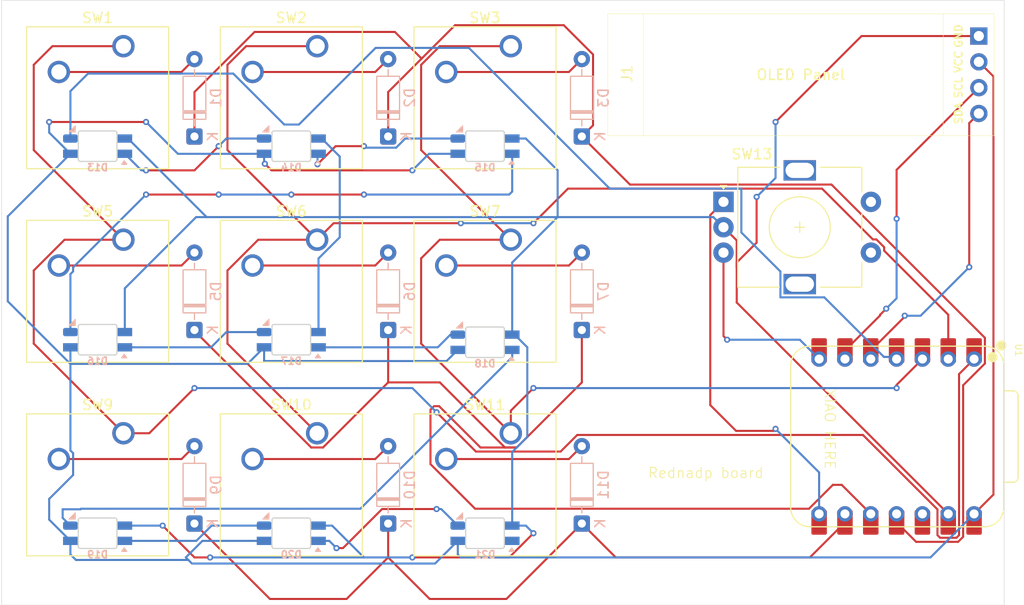
<source format=kicad_pcb>
(kicad_pcb (version 20241229) (generator "pcbnew") (generator_version "9.0")
  (layers (0 "F.Cu" jumper) (2 "B.Cu" signal) (13 "F.Paste" user) (15 "B.Paste" user) (5 "F.SilkS" user "F.Silkscreen") (7 "B.SilkS" user "B.Silkscreen") (1 "F.Mask" user) (3 "B.Mask" user) (25 "Edge.Cuts" user))
  (net 0 "")
  (net 1 "Net-(D1-A)")
  (net 2 "Fila 0")
  (net 3 "Net-(D2-A)")
  (net 4 "Net-(D3-A)")
  (net 5 "Fila 1")
  (net 6 "Net-(D5-A)")
  (net 7 "Net-(D6-A)")
  (net 8 "Net-(D7-A)")
  (net 9 "Fila 2")
  (net 10 "Net-(D9-A)")
  (net 11 "Net-(D10-A)")
  (net 12 "Net-(D11-A)")
  (net 13 "+5V")
  (net 14 "GND")
  (net 15 "Net-(D13-DOUT)")
  (net 16 "Net-(D13-DIN)")
  (net 17 "Net-(D14-DOUT)")
  (net 18 "Net-(D15-DOUT)")
  (net 19 "Net-(D16-DOUT)")
  (net 20 "Net-(D17-DOUT)")
  (net 21 "Net-(D18-DOUT)")
  (net 22 "Net-(D19-DOUT)")
  (net 23 "Net-(J1-Pin_4)")
  (net 24 "Net-(J1-Pin_3)")
  (net 25 "Columna 0")
  (net 26 "Columna 1")
  (net 27 "Columna 2")
  (net 30 "Net-(U1-GPIO0{slash}TX)")
  (net 31 "Net-(U1-GPIO1{slash}RX)")
  (net 33 "Net-(D20-DOUT)")
  (footprint "Button_Switch_Keyboard:SW_Cherry_MX_1.00u_PCB" (layer "F.Cu") (at 93.0275 40.16375)
    (property "Reference" "SW2")
    (property "Value" "SW_Push")
  )
  (footprint "Button_Switch_Keyboard:SW_Cherry_MX_1.00u_PCB" (layer "F.Cu") (at 93.0275 78.26375)
    (property "Reference" "SW10")
    (property "Value" "SW_Push")
  )
  (footprint "Button_Switch_Keyboard:SW_Cherry_MX_1.00u_PCB" (layer "F.Cu") (at 93.0275 59.21375)
    (property "Reference" "SW6")
    (property "Value" "SW_Push")
  )
  (footprint "Button_Switch_Keyboard:SW_Cherry_MX_1.00u_PCB" (layer "F.Cu") (at 73.9775 78.26375)
    (property "Reference" "SW9")
    (property "Value" "SW_Push")
  )
  (footprint "Rotary_Encoder:RotaryEncoder_Alps_EC11E-Switch_Vertical_H20mm" (layer "F.Cu") (at 132.99375 55.4875)
    (property "Reference" "SW13")
    (property "Value" "RotaryEncoder_Switch")
  )
  (footprint "OPL:XIAO-RP2040-DIP" (layer "F.Cu") (at 150.01875 78.58125 -90)
    (property "Reference" "U1")
    (property "Value" "XIAO-RP2040-DIP")
  )
  (footprint "Button_Switch_Keyboard:SW_Cherry_MX_1.00u_PCB" (layer "F.Cu") (at 73.9775 59.21375)
    (property "Reference" "SW5")
    (property "Value" "SW_Push")
  )
  (footprint "Button_Switch_Keyboard:SW_Cherry_MX_1.00u_PCB" (layer "F.Cu") (at 112.0775 78.26375)
    (property "Reference" "SW11")
    (property "Value" "SW_Push")
  )
  (footprint "Button_Switch_Keyboard:SW_Cherry_MX_1.00u_PCB" (layer "F.Cu") (at 73.9775 40.16375)
    (property "Reference" "SW1")
    (property "Value" "SW_Push")
  )
  (footprint "OLED:SSD1306-0.91-OLED-4pin-128x32" (layer "F.Cu") (at 121.60875 36.9775)
    (property "Reference" "J1")
    (property "Value" "Conn_01x04_Pin")
  )
  (footprint "Button_Switch_Keyboard:SW_Cherry_MX_1.00u_PCB" (layer "F.Cu") (at 112.0775 40.16375)
    (property "Reference" "SW3")
    (property "Value" "SW_Push")
  )
  (footprint "Button_Switch_Keyboard:SW_Cherry_MX_1.00u_PCB" (layer "F.Cu") (at 112.0775 59.21375)
    (property "Reference" "SW7")
    (property "Value" "SW_Push")
  )
  (footprint "mini led:SK6812-MINI-E" (layer "B.Cu") (at 90.4875 88.10625 180)
    (property "Reference" "D20")
    (property "Value" "SK6812MINI" (hide yes))
    (fp_line (start 1.9 1.3) (end 1.9 -1.3) (stroke (width 0.12)) (layer "Edge.Cuts"))
    (fp_line (start 1.7 -1.5) (end -1.7 -1.5) (stroke (width 0.12)) (layer "Edge.Cuts"))
    (fp_line (start -1.7 1.5) (end 1.7 1.5) (stroke (width 0.12)) (layer "Edge.Cuts"))
    (fp_line (start -1.9 -1.3) (end -1.9 1.3) (stroke (width 0.12)) (layer "Edge.Cuts"))
    (fp_arc (start 1.9 1.3) (mid 1.841421 1.441421) (end 1.7 1.5) (stroke (width 0.12)) (layer "Edge.Cuts"))
    (fp_arc (start 1.7 -1.5) (mid 1.841421 -1.441421) (end 1.9 -1.3) (stroke (width 0.12)) (layer "Edge.Cuts"))
    (fp_arc (start -1.7 1.5) (mid -1.841421 1.441421) (end -1.9 1.3) (stroke (width 0.12)) (layer "Edge.Cuts"))
    (fp_arc (start -1.9 -1.3) (mid -1.841421 -1.441421) (end -1.7 -1.5) (stroke (width 0.12)) (layer "Edge.Cuts"))
  )
  (footprint "mini led:SK6812-MINI-E" (layer "B.Cu") (at 71.4375 88.10625 180)
    (property "Reference" "D19")
    (property "Value" "SK6812MINI" (hide yes))
    (fp_line (start 1.9 1.3) (end 1.9 -1.3) (stroke (width 0.12)) (layer "Edge.Cuts"))
    (fp_line (start 1.7 -1.5) (end -1.7 -1.5) (stroke (width 0.12)) (layer "Edge.Cuts"))
    (fp_line (start -1.7 1.5) (end 1.7 1.5) (stroke (width 0.12)) (layer "Edge.Cuts"))
    (fp_line (start -1.9 -1.3) (end -1.9 1.3) (stroke (width 0.12)) (layer "Edge.Cuts"))
    (fp_arc (start 1.9 1.3) (mid 1.841421 1.441421) (end 1.7 1.5) (stroke (width 0.12)) (layer "Edge.Cuts"))
    (fp_arc (start 1.7 -1.5) (mid 1.841421 -1.441421) (end 1.9 -1.3) (stroke (width 0.12)) (layer "Edge.Cuts"))
    (fp_arc (start -1.7 1.5) (mid -1.841421 1.441421) (end -1.9 1.3) (stroke (width 0.12)) (layer "Edge.Cuts"))
    (fp_arc (start -1.9 -1.3) (mid -1.841421 -1.441421) (end -1.7 -1.5) (stroke (width 0.12)) (layer "Edge.Cuts"))
  )
  (footprint "mini led:SK6812-MINI-E" (layer "B.Cu") (at 109.5375 69.30725 180)
    (property "Reference" "D18")
    (property "Value" "SK6812MINI" (hide yes))
    (fp_line (start 1.9 1.3) (end 1.9 -1.3) (stroke (width 0.12)) (layer "Edge.Cuts"))
    (fp_line (start 1.7 -1.5) (end -1.7 -1.5) (stroke (width 0.12)) (layer "Edge.Cuts"))
    (fp_line (start -1.7 1.5) (end 1.7 1.5) (stroke (width 0.12)) (layer "Edge.Cuts"))
    (fp_line (start -1.9 -1.3) (end -1.9 1.3) (stroke (width 0.12)) (layer "Edge.Cuts"))
    (fp_arc (start 1.9 1.3) (mid 1.841421 1.441421) (end 1.7 1.5) (stroke (width 0.12)) (layer "Edge.Cuts"))
    (fp_arc (start 1.7 -1.5) (mid 1.841421 -1.441421) (end 1.9 -1.3) (stroke (width 0.12)) (layer "Edge.Cuts"))
    (fp_arc (start -1.7 1.5) (mid -1.841421 1.441421) (end -1.9 1.3) (stroke (width 0.12)) (layer "Edge.Cuts"))
    (fp_arc (start -1.9 -1.3) (mid -1.841421 -1.441421) (end -1.7 -1.5) (stroke (width 0.12)) (layer "Edge.Cuts"))
  )
  (footprint "Diode_THT:D_DO-35_SOD27_P7.62mm_Horizontal" (layer "B.Cu") (at 119.0625 49.05375 90)
    (property "Reference" "D3")
    (property "Value" "1N4148")
  )
  (footprint "Diode_THT:D_DO-35_SOD27_P7.62mm_Horizontal" (layer "B.Cu") (at 80.9625 87.15375 90)
    (property "Reference" "D9")
    (property "Value" "1N4148")
  )
  (footprint "mini led:SK6812-MINI-E" (layer "B.Cu") (at 90.4875 69.05625 180)
    (property "Reference" "D17")
    (property "Value" "SK6812MINI" (hide yes))
    (fp_line (start 1.9 1.3) (end 1.9 -1.3) (stroke (width 0.12)) (layer "Edge.Cuts"))
    (fp_line (start 1.7 -1.5) (end -1.7 -1.5) (stroke (width 0.12)) (layer "Edge.Cuts"))
    (fp_line (start -1.7 1.5) (end 1.7 1.5) (stroke (width 0.12)) (layer "Edge.Cuts"))
    (fp_line (start -1.9 -1.3) (end -1.9 1.3) (stroke (width 0.12)) (layer "Edge.Cuts"))
    (fp_arc (start 1.9 1.3) (mid 1.841421 1.441421) (end 1.7 1.5) (stroke (width 0.12)) (layer "Edge.Cuts"))
    (fp_arc (start 1.7 -1.5) (mid 1.841421 -1.441421) (end 1.9 -1.3) (stroke (width 0.12)) (layer "Edge.Cuts"))
    (fp_arc (start -1.7 1.5) (mid -1.841421 1.441421) (end -1.9 1.3) (stroke (width 0.12)) (layer "Edge.Cuts"))
    (fp_arc (start -1.9 -1.3) (mid -1.841421 -1.441421) (end -1.7 -1.5) (stroke (width 0.12)) (layer "Edge.Cuts"))
  )
  (footprint "Diode_THT:D_DO-35_SOD27_P7.62mm_Horizontal" (layer "B.Cu") (at 119.0625 87.15375 90)
    (property "Reference" "D11")
    (property "Value" "1N4148")
  )
  (footprint "mini led:SK6812-MINI-E" (layer "B.Cu") (at 109.5375 88.10625 180)
    (property "Reference" "D21")
    (property "Value" "SK6812MINI" (hide yes))
    (fp_line (start 1.9 1.3) (end 1.9 -1.3) (stroke (width 0.12)) (layer "Edge.Cuts"))
    (fp_line (start 1.7 -1.5) (end -1.7 -1.5) (stroke (width 0.12)) (layer "Edge.Cuts"))
    (fp_line (start -1.7 1.5) (end 1.7 1.5) (stroke (width 0.12)) (layer "Edge.Cuts"))
    (fp_line (start -1.9 -1.3) (end -1.9 1.3) (stroke (width 0.12)) (layer "Edge.Cuts"))
    (fp_arc (start 1.9 1.3) (mid 1.841421 1.441421) (end 1.7 1.5) (stroke (width 0.12)) (layer "Edge.Cuts"))
    (fp_arc (start 1.7 -1.5) (mid 1.841421 -1.441421) (end 1.9 -1.3) (stroke (width 0.12)) (layer "Edge.Cuts"))
    (fp_arc (start -1.7 1.5) (mid -1.841421 1.441421) (end -1.9 1.3) (stroke (width 0.12)) (layer "Edge.Cuts"))
    (fp_arc (start -1.9 -1.3) (mid -1.841421 -1.441421) (end -1.7 -1.5) (stroke (width 0.12)) (layer "Edge.Cuts"))
  )
  (footprint "Diode_THT:D_DO-35_SOD27_P7.62mm_Horizontal" (layer "B.Cu") (at 100.0125 68.10375 90)
    (property "Reference" "D6")
    (property "Value" "1N4148")
  )
  (footprint "Diode_THT:D_DO-35_SOD27_P7.62mm_Horizontal" (layer "B.Cu") (at 80.9625 49.05375 90)
    (property "Reference" "D1")
    (property "Value" "1N4148")
  )
  (footprint "Diode_THT:D_DO-35_SOD27_P7.62mm_Horizontal" (layer "B.Cu") (at 100.0125 87.15375 90)
    (property "Reference" "D10")
    (property "Value" "1N4148")
  )
  (footprint "Diode_THT:D_DO-35_SOD27_P7.62mm_Horizontal" (layer "B.Cu") (at 100.0125 49.05375 90)
    (property "Reference" "D2")
    (property "Value" "1N4148")
  )
  (footprint "mini led:SK6812-MINI-E" (layer "B.Cu") (at 109.5375 50.00625 180)
    (property "Reference" "D15")
    (property "Value" "SK6812MINI" (hide yes))
    (fp_line (start 1.9 1.3) (end 1.9 -1.3) (stroke (width 0.12)) (layer "Edge.Cuts"))
    (fp_line (start 1.7 -1.5) (end -1.7 -1.5) (stroke (width 0.12)) (layer "Edge.Cuts"))
    (fp_line (start -1.7 1.5) (end 1.7 1.5) (stroke (width 0.12)) (layer "Edge.Cuts"))
    (fp_line (start -1.9 -1.3) (end -1.9 1.3) (stroke (width 0.12)) (layer "Edge.Cuts"))
    (fp_arc (start 1.9 1.3) (mid 1.841421 1.441421) (end 1.7 1.5) (stroke (width 0.12)) (layer "Edge.Cuts"))
    (fp_arc (start 1.7 -1.5) (mid 1.841421 -1.441421) (end 1.9 -1.3) (stroke (width 0.12)) (layer "Edge.Cuts"))
    (fp_arc (start -1.7 1.5) (mid -1.841421 1.441421) (end -1.9 1.3) (stroke (width 0.12)) (layer "Edge.Cuts"))
    (fp_arc (start -1.9 -1.3) (mid -1.841421 -1.441421) (end -1.7 -1.5) (stroke (width 0.12)) (layer "Edge.Cuts"))
  )
  (footprint "Diode_THT:D_DO-35_SOD27_P7.62mm_Horizontal" (layer "B.Cu") (at 80.9625 68.10375 90)
    (property "Reference" "D5")
    (property "Value" "1N4148")
  )
  (footprint "mini led:SK6812-MINI-E" (layer "B.Cu") (at 90.4875 50.00625 180)
    (property "Reference" "D14")
    (property "Value" "SK6812MINI" (hide yes))
    (fp_line (start 1.9 1.3) (end 1.9 -1.3) (stroke (width 0.12)) (layer "Edge.Cuts"))
    (fp_line (start 1.7 -1.5) (end -1.7 -1.5) (stroke (width 0.12)) (layer "Edge.Cuts"))
    (fp_line (start -1.7 1.5) (end 1.7 1.5) (stroke (width 0.12)) (layer "Edge.Cuts"))
    (fp_line (start -1.9 -1.3) (end -1.9 1.3) (stroke (width 0.12)) (layer "Edge.Cuts"))
    (fp_arc (start 1.9 1.3) (mid 1.841421 1.441421) (end 1.7 1.5) (stroke (width 0.12)) (layer "Edge.Cuts"))
    (fp_arc (start 1.7 -1.5) (mid 1.841421 -1.441421) (end 1.9 -1.3) (stroke (width 0.12)) (layer "Edge.Cuts"))
    (fp_arc (start -1.7 1.5) (mid -1.841421 1.441421) (end -1.9 1.3) (stroke (width 0.12)) (layer "Edge.Cuts"))
    (fp_arc (start -1.9 -1.3) (mid -1.841421 -1.441421) (end -1.7 -1.5) (stroke (width 0.12)) (layer "Edge.Cuts"))
  )
  (footprint "mini led:SK6812-MINI-E" (layer "B.Cu") (at 71.4375 50.00625 180)
    (property "Reference" "D13")
    (property "Value" "SK6812MINI" (hide yes))
    (fp_line (start 1.9 1.3) (end 1.9 -1.3) (stroke (width 0.12)) (layer "Edge.Cuts"))
    (fp_line (start 1.7 -1.5) (end -1.7 -1.5) (stroke (width 0.12)) (layer "Edge.Cuts"))
    (fp_line (start -1.7 1.5) (end 1.7 1.5) (stroke (width 0.12)) (layer "Edge.Cuts"))
    (fp_line (start -1.9 -1.3) (end -1.9 1.3) (stroke (width 0.12)) (layer "Edge.Cuts"))
    (fp_arc (start 1.9 1.3) (mid 1.841421 1.441421) (end 1.7 1.5) (stroke (width 0.12)) (layer "Edge.Cuts"))
    (fp_arc (start 1.7 -1.5) (mid 1.841421 -1.441421) (end 1.9 -1.3) (stroke (width 0.12)) (layer "Edge.Cuts"))
    (fp_arc (start -1.7 1.5) (mid -1.841421 1.441421) (end -1.9 1.3) (stroke (width 0.12)) (layer "Edge.Cuts"))
    (fp_arc (start -1.9 -1.3) (mid -1.841421 -1.441421) (end -1.7 -1.5) (stroke (width 0.12)) (layer "Edge.Cuts"))
  )
  (footprint "mini led:SK6812-MINI-E" (layer "B.Cu") (at 71.4375 69.05625 180)
    (property "Reference" "D16")
    (property "Value" "SK6812MINI" (hide yes))
    (fp_line (start 1.9 1.3) (end 1.9 -1.3) (stroke (width 0.12)) (layer "Edge.Cuts"))
    (fp_line (start 1.7 -1.5) (end -1.7 -1.5) (stroke (width 0.12)) (layer "Edge.Cuts"))
    (fp_line (start -1.7 1.5) (end 1.7 1.5) (stroke (width 0.12)) (layer "Edge.Cuts"))
    (fp_line (start -1.9 -1.3) (end -1.9 1.3) (stroke (width 0.12)) (layer "Edge.Cuts"))
    (fp_arc (start 1.9 1.3) (mid 1.841421 1.441421) (end 1.7 1.5) (stroke (width 0.12)) (layer "Edge.Cuts"))
    (fp_arc (start 1.7 -1.5) (mid 1.841421 -1.441421) (end 1.9 -1.3) (stroke (width 0.12)) (layer "Edge.Cuts"))
    (fp_arc (start -1.7 1.5) (mid -1.841421 1.441421) (end -1.9 1.3) (stroke (width 0.12)) (layer "Edge.Cuts"))
    (fp_arc (start -1.9 -1.3) (mid -1.841421 -1.441421) (end -1.7 -1.5) (stroke (width 0.12)) (layer "Edge.Cuts"))
  )
  (footprint "Diode_THT:D_DO-35_SOD27_P7.62mm_Horizontal" (layer "B.Cu") (at 119.0625 68.10375 90)
    (property "Reference" "D7")
    (property "Value" "1N4148")
  )
  (gr_rect (start 61.99875 35.64375) (end 160.6 95.175) (stroke (width 0.05)) (fill no) (layer "Edge.Cuts"))
  (gr_text "XIAO HERE" (at 142.875 73.81875 270) (layer "F.SilkS") (effects (font (size 1 1) (thickness 0.1)) (justify left bottom)))
  (gr_text "Rednadp board" (at 125.5 82.75 0) (layer "F.SilkS") (effects (font (size 1 1) (thickness 0.1)) (justify left bottom)))
  (segment (start 67.6275 42.70375) (end 79.6925 42.70375) (width 0.2) (layer "F.Cu") (net 1))
  (segment (start 79.6925 42.70375) (end 80.9625 41.43375) (width 0.2) (layer "F.Cu") (net 1))
  (segment (start 119.0625 49.05375) (end 123.79425 53.7855) (width 0.2) (layer "F.Cu") (net 2))
  (segment (start 80.9625 44.67665) (end 86.8764 38.76275) (width 0.2) (layer "F.Cu") (net 2))
  (segment (start 156.066476 88.95425) (end 151.93675 88.95425) (width 0.2) (layer "F.Cu") (net 2))
  (segment (start 103.300825 41.388325) (end 106.58915 38.1) (width 0.2) (layer "F.Cu") (net 2))
  (segment (start 156.56275 73.54056) (end 156.56275 88.457976) (width 0.2) (layer "F.Cu") (net 2))
  (segment (start 100.67525 38.76275) (end 103.300825 41.388325) (width 0.2) (layer "F.Cu") (net 2))
  (segment (start 143.616626 53.7855) (end 158.70175 68.870624) (width 0.2) (layer "F.Cu") (net 2))
  (segment (start 100.0125 44.67665) (end 103.300825 41.388325) (width 0.2) (layer "F.Cu") (net 2))
  (segment (start 156.56275 88.457976) (end 156.066476 88.95425) (width 0.2) (layer "F.Cu") (net 2))
  (segment (start 120.1635 40.9777) (end 120.1635 47.95275) (width 0.2) (layer "F.Cu") (net 2))
  (segment (start 106.58915 38.1) (end 117.2858 38.1) (width 0.2) (layer "F.Cu") (net 2))
  (segment (start 117.2858 38.1) (end 120.1635 40.9777) (width 0.2) (layer "F.Cu") (net 2))
  (segment (start 158.70175 71.40156) (end 156.56275 73.54056) (width 0.2) (layer "F.Cu") (net 2))
  (segment (start 158.70175 68.870624) (end 158.70175 71.40156) (width 0.2) (layer "F.Cu") (net 2))
  (segment (start 100.0125 49.05375) (end 100.0125 44.67665) (width 0.2) (layer "F.Cu") (net 2))
  (segment (start 80.9625 49.05375) (end 80.9625 44.67665) (width 0.2) (layer "F.Cu") (net 2))
  (segment (start 123.79425 53.7855) (end 143.616626 53.7855) (width 0.2) (layer "F.Cu") (net 2))
  (segment (start 86.8764 38.76275) (end 100.67525 38.76275) (width 0.2) (layer "F.Cu") (net 2))
  (segment (start 120.1635 47.95275) (end 119.0625 49.05375) (width 0.2) (layer "F.Cu") (net 2))
  (segment (start 151.93675 88.95425) (end 150.01875 87.03625) (width 0.2) (layer "F.Cu") (net 2))
  (segment (start 86.6775 42.70375) (end 98.7425 42.70375) (width 0.2) (layer "F.Cu") (net 3))
  (segment (start 98.7425 42.70375) (end 100.0125 41.43375) (width 0.2) (layer "F.Cu") (net 3))
  (segment (start 117.7925 42.70375) (end 119.0625 41.43375) (width 0.2) (layer "F.Cu") (net 4))
  (segment (start 105.7275 42.70375) (end 117.7925 42.70375) (width 0.2) (layer "F.Cu") (net 4))
  (segment (start 100.0125 73.260064) (end 100.0125 68.10375) (width 0.2) (layer "F.Cu") (net 5))
  (segment (start 93.607814 79.66475) (end 100.0125 73.260064) (width 0.2) (layer "F.Cu") (net 5))
  (segment (start 104.174 75.951057) (end 104.174 81.305066) (width 0.2) (layer "F.Cu") (net 5))
  (segment (start 111.497186 79.66475) (end 105.0925 73.260064) (width 0.2) (layer "F.Cu") (net 5))
  (segment (start 119.0625 68.10375) (end 119.0625 73.260064) (width 0.2) (layer "F.Cu") (net 5))
  (segment (start 92.447186 79.66475) (end 93.607814 79.66475) (width 0.2) (layer "F.Cu") (net 5))
  (segment (start 119.0625 73.260064) (end 112.657814 79.66475) (width 0.2) (layer "F.Cu") (net 5))
  (segment (start 80.9625 68.180064) (end 92.447186 79.66475) (width 0.2) (layer "F.Cu") (net 5))
  (segment (start 141.40194 85.69475) (end 143.75294 83.34375) (width 0.2) (layer "F.Cu") (net 5))
  (segment (start 105.023943 75.599) (end 104.526057 75.599) (width 0.2) (layer "F.Cu") (net 5))
  (segment (start 112.657814 79.66475) (end 111.497186 79.66475) (width 0.2) (layer "F.Cu") (net 5))
  (segment (start 104.174 81.305066) (end 108.563684 85.69475) (width 0.2) (layer "F.Cu") (net 5))
  (segment (start 80.9625 68.10375) (end 80.9625 68.180064) (width 0.2) (layer "F.Cu") (net 5))
  (segment (start 144.62125 83.34375) (end 147.47875 86.20125) (width 0.2) (layer "F.Cu") (net 5))
  (segment (start 105.0925 73.260064) (end 100.0125 73.260064) (width 0.2) (layer "F.Cu") (net 5))
  (segment (start 143.75294 83.34375) (end 144.62125 83.34375) (width 0.2) (layer "F.Cu") (net 5))
  (segment (start 112.657814 79.66475) (end 109.089693 79.66475) (width 0.2) (layer "F.Cu") (net 5))
  (segment (start 109.089693 79.66475) (end 105.023943 75.599) (width 0.2) (layer "F.Cu") (net 5))
  (segment (start 104.526057 75.599) (end 104.174 75.951057) (width 0.2) (layer "F.Cu") (net 5))
  (segment (start 108.563684 85.69475) (end 141.40194 85.69475) (width 0.2) (layer "F.Cu") (net 5))
  (segment (start 79.6925 61.75375) (end 80.9625 60.48375) (width 0.2) (layer "F.Cu") (net 6))
  (segment (start 67.6275 61.75375) (end 79.6925 61.75375) (width 0.2) (layer "F.Cu") (net 6))
  (segment (start 86.6775 61.75375) (end 98.7425 61.75375) (width 0.2) (layer "F.Cu") (net 7))
  (segment (start 98.7425 61.75375) (end 100.0125 60.48375) (width 0.2) (layer "F.Cu") (net 7))
  (segment (start 117.7925 61.75375) (end 119.0625 60.48375) (width 0.2) (layer "F.Cu") (net 8))
  (segment (start 105.7275 61.75375) (end 117.7925 61.75375) (width 0.2) (layer "F.Cu") (net 8))
  (segment (start 104.099 94.574) (end 100.0125 90.4875) (width 0.2) (layer "F.Cu") (net 9))
  (segment (start 88.38275 94.574) (end 95.926 94.574) (width 0.2) (layer "F.Cu") (net 9))
  (segment (start 95.926 94.574) (end 100.0125 90.4875) (width 0.2) (layer "F.Cu") (net 9))
  (segment (start 119.0625 87.15375) (end 122.39625 90.4875) (width 0.2) (layer "F.Cu") (net 9))
  (segment (start 111.64225 94.574) (end 104.099 94.574) (width 0.2) (layer "F.Cu") (net 9))
  (segment (start 122.39625 90.4875) (end 141.4875 90.4875) (width 0.2) (layer "F.Cu") (net 9))
  (segment (start 100.0125 90.4875) (end 100.0125 87.15375) (width 0.2) (layer "F.Cu") (net 9))
  (segment (start 119.0625 87.15375) (end 111.64225 94.574) (width 0.2) (layer "F.Cu") (net 9))
  (segment (start 141.4875 90.4875) (end 144.93875 87.03625) (width 0.2) (layer "F.Cu") (net 9))
  (segment (start 80.9625 87.15375) (end 88.38275 94.574) (width 0.2) (layer "F.Cu") (net 9))
  (segment (start 67.6275 80.80375) (end 79.6925 80.80375) (width 0.2) (layer "F.Cu") (net 10))
  (segment (start 79.6925 80.80375) (end 80.9625 79.53375) (width 0.2) (layer "F.Cu") (net 10))
  (segment (start 86.6775 80.80375) (end 98.7425 80.80375) (width 0.2) (layer "F.Cu") (net 11))
  (segment (start 98.7425 80.80375) (end 100.0125 79.53375) (width 0.2) (layer "F.Cu") (net 11))
  (segment (start 117.7925 80.80375) (end 119.0625 79.53375) (width 0.2) (layer "F.Cu") (net 12))
  (segment (start 105.7275 80.80375) (end 117.7925 80.80375) (width 0.2) (layer "F.Cu") (net 12))
  (segment (start 158.10875 41.7075) (end 159.54375 43.1425) (width 0.2) (layer "F.Cu") (net 13))
  (segment (start 66.675 47.625) (end 76.2 47.625) (width 0.2) (layer "F.Cu") (net 13))
  (segment (start 87.884553 51.736074) (end 88.535979 52.3875) (width 0.2) (layer "F.Cu") (net 13))
  (segment (start 159.54375 43.1425) (end 159.54375 84.29625) (width 0.2) (layer "F.Cu") (net 13))
  (segment (start 159.54375 84.29625) (end 157.63875 86.20125) (width 0.2) (layer "F.Cu") (net 13))
  (segment (start 88.535979 52.3875) (end 102.39375 52.3875) (width 0.2) (layer "F.Cu") (net 13))
  (via (at 76.2 47.625) (size 0.6) (drill 0.3) (layers "F.Cu" "B.Cu") (net 13))
  (via (at 87.884553 51.736074) (size 0.6) (drill 0.3) (layers "F.Cu" "B.Cu") (net 13))
  (via (at 66.675 47.625) (size 0.6) (drill 0.3) (layers "F.Cu" "B.Cu") (net 13))
  (via (at 102.39375 52.3875) (size 0.6) (drill 0.3) (layers "F.Cu" "B.Cu") (net 13))
  (segment (start 66.675 86.76875) (end 68.7625 88.85625) (width 0.2) (layer "B.Cu") (net 13))
  (segment (start 106.8625 88.85625) (end 106.8625 90.19375) (width 0.2) (layer "B.Cu") (net 13))
  (segment (start 104.025 50.75625) (end 106.8625 50.75625) (width 0.2) (layer "B.Cu") (net 13))
  (segment (start 66.675 48.66875) (end 66.675 47.625) (width 0.2) (layer "B.Cu") (net 13))
  (segment (start 87.8125 69.80625) (end 87.8125 71.14375) (width 0.2) (layer "B.Cu") (net 13))
  (segment (start 68.7625 71.4375) (end 68.7625 79.957436) (width 0.2) (layer "B.Cu") (net 13))
  (segment (start 105.7625 71.15725) (end 106.8625 70.05725) (width 0.2) (layer "B.Cu") (net 13))
  (segment (start 69.0285 82.37122) (end 66.675 84.72472) (width 0.2) (layer "B.Cu") (net 13))
  (segment (start 80.3615 90.736443) (end 80.112557 90.4875) (width 0.2) (layer "B.Cu") (net 13))
  (segment (start 104.63025 91.0885) (end 80.713557 91.0885) (width 0.2) (layer "B.Cu") (net 13))
  (segment (start 87.8125 50.75625) (end 87.8125 51.664021) (width 0.2) (layer "B.Cu") (net 13))
  (segment (start 80.112557 90.4875) (end 81.743807 88.85625) (width 0.2) (layer "B.Cu") (net 13))
  (segment (start 62.59975 56.919) (end 68.7625 50.75625) (width 0.2) (layer "B.Cu") (net 13))
  (segment (start 86.18125 71.4375) (end 87.8125 69.80625) (width 0.2) (layer "B.Cu") (net 13))
  (segment (start 68.7625 50.75625) (end 66.675 48.66875) (width 0.2) (layer "B.Cu") (net 13))
  (segment (start 106.8625 88.85625) (end 104.63025 91.0885) (width 0.2) (layer "B.Cu") (net 13))
  (segment (start 68.7625 79.957436) (end 69.0285 80.223436) (width 0.2) (layer "B.Cu") (net 13))
  (segment (start 68.7625 71.4375) (end 86.18125 71.4375) (width 0.2) (layer "B.Cu") (net 13))
  (segment (start 76.2 47.625) (end 79.33125 50.75625) (width 0.2) (layer "B.Cu") (net 13))
  (segment (start 62.59975 65.27475) (end 62.59975 56.919) (width 0.2) (layer "B.Cu") (net 13))
  (segment (start 68.7625 69.80625) (end 68.7625 71.4375) (width 0.2) (layer "B.Cu") (net 13))
  (segment (start 68.7625 71.4375) (end 62.59975 65.27475) (width 0.2) (layer "B.Cu") (net 13))
  (segment (start 106.8625 90.19375) (end 107.15625 90.4875) (width 0.2) (layer "B.Cu") (net 13))
  (segment (start 81.743807 88.85625) (end 87.8125 88.85625) (width 0.2) (layer "B.Cu") (net 13))
  (segment (start 87.8125 51.664021) (end 87.884553 51.736074) (width 0.2) (layer "B.Cu") (net 13))
  (segment (start 66.675 84.72472) (end 66.675 86.76875) (width 0.2) (layer "B.Cu") (net 13))
  (segment (start 69.305193 90.736443) (end 80.3615 90.736443) (width 0.2) (layer "B.Cu") (net 13))
  (segment (start 153.3525 90.4875) (end 157.63875 86.20125) (width 0.2) (layer "B.Cu") (net 13))
  (segment (start 69.0285 80.223436) (end 69.0285 82.37122) (width 0.2) (layer "B.Cu") (net 13))
  (segment (start 87.8125 71.14375) (end 87.826 71.15725) (width 0.2) (layer "B.Cu") (net 13))
  (segment (start 68.7625 88.85625) (end 68.7625 90.19375) (width 0.2) (layer "B.Cu") (net 13))
  (segment (start 68.7625 90.19375) (end 69.305193 90.736443) (width 0.2) (layer "B.Cu") (net 13))
  (segment (start 80.713557 91.0885) (end 80.3615 90.736443) (width 0.2) (layer "B.Cu") (net 13))
  (segment (start 107.15625 90.4875) (end 153.3525 90.4875) (width 0.2) (layer "B.Cu") (net 13))
  (segment (start 79.33125 50.75625) (end 87.8125 50.75625) (width 0.2) (layer "B.Cu") (net 13))
  (segment (start 87.826 71.15725) (end 105.7625 71.15725) (width 0.2) (layer "B.Cu") (net 13))
  (segment (start 102.39375 52.3875) (end 104.025 50.75625) (width 0.2) (layer "B.Cu") (net 13))
  (segment (start 146.57 39.1675) (end 138.1125 47.625) (width 0.2) (layer "F.Cu") (net 14))
  (segment (start 132.99375 57.9875) (end 134.29475 59.2885) (width 0.2) (layer "F.Cu") (net 14))
  (segment (start 134.29475 61.45525) (end 134.29475 61.9125) (width 0.2) (layer "F.Cu") (net 14))
  (segment (start 111.91875 90.4875) (end 102.39375 90.4875) (width 0.2) (layer "F.Cu") (net 14))
  (segment (start 114.3 88.10625) (end 111.91875 90.4875) (width 0.2) (layer "F.Cu") (net 14))
  (segment (start 134.29475 61.9125) (end 134.29475 65.39725) (width 0.2) (layer "F.Cu") (net 14))
  (segment (start 136.25 59.5) (end 134.29475 61.45525) (width 0.2) (layer "F.Cu") (net 14))
  (segment (start 80.9625 90.4875) (end 77.83125 87.35625) (width 0.2) (layer "F.Cu") (net 14))
  (segment (start 82.5 90.4875) (end 80.9625 90.4875) (width 0.2) (layer "F.Cu") (net 14))
  (segment (start 134.29475 59.2885) (end 134.29475 61.9125) (width 0.2) (layer "F.Cu") (net 14))
  (segment (start 136.25 55) (end 136.25 59.5) (width 0.2) (layer "F.Cu") (net 14))
  (segment (start 134.29475 65.39725) (end 155.09875 86.20125) (width 0.2) (layer "F.Cu") (net 14))
  (segment (start 158.10875 39.1675) (end 146.57 39.1675) (width 0.2) (layer "F.Cu") (net 14))
  (via (at 77.83125 87.35625) (size 0.6) (drill 0.3) (layers "F.Cu" "B.Cu") (net 14))
  (via (at 82.5 90.4875) (size 0.6) (drill 0.3) (layers "F.Cu" "B.Cu") (net 14))
  (via (at 102.39375 90.4875) (size 0.6) (drill 0.3) (layers "F.Cu" "B.Cu") (net 14))
  (via (at 138.1125 47.625) (size 0.6) (drill 0.3) (layers "F.Cu" "B.Cu") (net 14))
  (via (at 114.3 88.10625) (size 0.6) (drill 0.3) (layers "F.Cu" "B.Cu") (net 14))
  (via (at 136.25 55) (size 0.6) (drill 0.3) (layers "F.Cu" "B.Cu") (net 14))
  (segment (start 93.4775 49.25625) (end 95.25 51.02875) (width 0.2) (layer "B.Cu") (net 14))
  (segment (start 95.25 58.972564) (end 95.25 56.9875) (width 0.2) (layer "B.Cu") (net 14))
  (segment (start 112.2125 61.45625) (end 116.68125 56.9875) (width 0.2) (layer "B.Cu") (net 14))
  (segment (start 113.699 69.80675) (end 112.4495 68.55725) (width 0.2) (layer "B.Cu") (net 14))
  (segment (start 102.39375 90.4875) (end 97.63125 90.4875) (width 0.2) (layer "B.Cu") (net 14))
  (segment (start 112.2125 80.110064) (end 113.699 78.623564) (width 0.2) (layer "B.Cu") (net 14))
  (segment (start 95.25 56.9875) (end 116.68125 56.9875) (width 0.2) (layer "B.Cu") (net 14))
  (segment (start 138.1125 47.625) (end 138.1125 53.1375) (width 0.2) (layer "B.Cu") (net 14))
  (segment (start 74.1125 64) (end 81.125 56.9875) (width 0.2) (layer "B.Cu") (net 14))
  (segment (start 112.2125 87.35625) (end 113.55 87.35625) (width 0.2) (layer "B.Cu") (net 14))
  (segment (start 93.1625 68.30625) (end 93.1625 61.060064) (width 0.2) (layer "B.Cu") (net 14))
  (segment (start 112.2125 49.25625) (end 113.55 49.25625) (width 0.2) (layer "B.Cu") (net 14))
  (segment (start 74.1125 49.25625) (end 74.4275 49.25625) (width 0.2) (layer "B.Cu") (net 14))
  (segment (start 131.99375 56.9875) (end 132.99375 57.9875) (width 0.2) (layer "B.Cu") (net 14))
  (segment (start 77.83125 87.35625) (end 74.1125 87.35625) (width 0.2) (layer "B.Cu") (net 14))
  (segment (start 82.15875 56.9875) (end 95.25 56.9875) (width 0.2) (layer "B.Cu") (net 14))
  (segment (start 74.1125 68.30625) (end 74.1125 64) (width 0.2) (layer "B.Cu") (net 14))
  (segment (start 112.2125 87.35625) (end 112.2125 80.110064) (width 0.2) (layer "B.Cu") (net 14))
  (segment (start 112.4495 68.55725) (end 112.2125 68.55725) (width 0.2) (layer "B.Cu") (net 14))
  (segment (start 82.5 90.4875) (end 97.63125 90.4875) (width 0.2) (layer "B.Cu") (net 14))
  (segment (start 116.68125 52.3875) (end 116.68125 56.9875) (width 0.2) (layer "B.Cu") (net 14))
  (segment (start 116.68125 56.9875) (end 131.99375 56.9875) (width 0.2) (layer "B.Cu") (net 14))
  (segment (start 113.55 87.35625) (end 114.3 88.10625) (width 0.2) (layer "B.Cu") (net 14))
  (segment (start 113.699 78.623564) (end 113.699 69.80675) (width 0.2) (layer "B.Cu") (net 14))
  (segment (start 93.1625 49.25625) (end 93.4775 49.25625) (width 0.2) (layer "B.Cu") (net 14))
  (segment (start 74.4275 49.25625) (end 82.15875 56.9875) (width 0.2) (layer "B.Cu") (net 14))
  (segment (start 112.2125 68.55725) (end 112.2125 61.45625) (width 0.2) (layer "B.Cu") (net 14))
  (segment (start 138.1125 53.1375) (end 136.25 55) (width 0.2) (layer "B.Cu") (net 14))
  (segment (start 97.63125 90.4875) (end 94.5 87.35625) (width 0.2) (layer "B.Cu") (net 14))
  (segment (start 81.125 56.9875) (end 82.15875 56.9875) (width 0.2) (layer "B.Cu") (net 14))
  (segment (start 113.55 49.25625) (end 116.68125 52.3875) (width 0.2) (layer "B.Cu") (net 14))
  (segment (start 93.1625 61.060064) (end 95.25 58.972564) (width 0.2) (layer "B.Cu") (net 14))
  (segment (start 95.25 51.02875) (end 95.25 56.9875) (width 0.2) (layer "B.Cu") (net 14))
  (segment (start 94.5 87.35625) (end 93.1625 87.35625) (width 0.2) (layer "B.Cu") (net 14))
  (segment (start 80.9625 52.3875) (end 83.34375 50.00625) (width 0.2) (layer "F.Cu") (net 15))
  (segment (start 76.2 52.3875) (end 80.9625 52.3875) (width 0.2) (layer "F.Cu") (net 15))
  (via (at 83.34375 50.00625) (size 0.6) (drill 0.3) (layers "F.Cu" "B.Cu") (net 15))
  (via (at 76.2 52.3875) (size 0.6) (drill 0.3) (layers "F.Cu" "B.Cu") (net 15))
  (segment (start 83.34375 50.00625) (end 84.09375 49.25625) (width 0.2) (layer "B.Cu") (net 15))
  (segment (start 74.1125 50.75625) (end 75.74375 52.3875) (width 0.2) (layer "B.Cu") (net 15))
  (segment (start 84.09375 49.25625) (end 87.8125 49.25625) (width 0.2) (layer "B.Cu") (net 15))
  (segment (start 75.74375 52.3875) (end 76.2 52.3875) (width 0.2) (layer "B.Cu") (net 15))
  (segment (start 70.493934 42.8625) (end 84.781434 42.8625) (width 0.2) (layer "B.Cu") (net 16))
  (segment (start 134.75 58.5) (end 138.59275 62.34275) (width 0.2) (layer "B.Cu") (net 16))
  (segment (start 107.951316 40.33275) (end 121.805066 54.1865) (width 0.2) (layer "B.Cu") (net 16))
  (segment (start 68.7625 44.593934) (end 70.493934 42.8625) (width 0.2) (layer "B.Cu") (net 16))
  (segment (start 91.233643 47.879137) (end 98.78003 40.33275) (width 0.2) (layer "B.Cu") (net 16))
  (segment (start 98.78003 40.33275) (end 107.951316 40.33275) (width 0.2) (layer "B.Cu") (net 16))
  (segment (start 148.75 70.72919) (end 148.75 70.75) (width 0.2) (layer "B.Cu") (net 16))
  (segment (start 138.59275 62.34275) (end 138.59275 64.8885) (width 0.2) (layer "B.Cu") (net 16))
  (segment (start 89.798071 47.879137) (end 91.233643 47.879137) (width 0.2) (layer "B.Cu") (net 16))
  (segment (start 134.75 54.1865) (end 134.75 58.5) (width 0.2) (layer "B.Cu") (net 16))
  (segment (start 148.75 70.75) (end 149.8075 70.75) (width 0.2) (layer "B.Cu") (net 16))
  (segment (start 84.781434 42.8625) (end 89.798071 47.879137) (width 0.2) (layer "B.Cu") (net 16))
  (segment (start 121.805066 54.1865) (end 134.75 54.1865) (width 0.2) (layer "B.Cu") (net 16))
  (segment (start 68.7625 49.25625) (end 68.7625 44.593934) (width 0.2) (layer "B.Cu") (net 16))
  (segment (start 138.59275 64.8885) (end 142.90931 64.8885) (width 0.2) (layer "B.Cu") (net 16))
  (segment (start 142.90931 64.8885) (end 148.75 70.72919) (width 0.2) (layer "B.Cu") (net 16))
  (segment (start 149.8075 70.75) (end 150.01875 70.96125) (width 0.2) (layer "B.Cu") (net 16))
  (segment (start 97.63125 50.00625) (end 94.845307 50.00625) (width 0.2) (layer "F.Cu") (net 17))
  (segment (start 94.845307 50.00625) (end 93.064057 51.7875) (width 0.2) (layer "F.Cu") (net 17))
  (via (at 93.064057 51.7875) (size 0.6) (drill 0.3) (layers "F.Cu" "B.Cu") (net 17))
  (via (at 97.63125 50.00625) (size 0.6) (drill 0.3) (layers "F.Cu" "B.Cu") (net 17))
  (segment (start 97.77975 50.15475) (end 97.63125 50.00625) (width 0.2) (layer "B.Cu") (net 17))
  (segment (start 106.8625 49.25625) (end 101.69616 49.25625) (width 0.2) (layer "B.Cu") (net 17))
  (segment (start 101.69616 49.25625) (end 100.79766 50.15475) (width 0.2) (layer "B.Cu") (net 17))
  (segment (start 93.064057 51.7875) (end 93.064057 50.854693) (width 0.2) (layer "B.Cu") (net 17))
  (segment (start 93.064057 50.854693) (end 93.1625 50.75625) (width 0.2) (layer "B.Cu") (net 17))
  (segment (start 100.79766 50.15475) (end 97.77975 50.15475) (width 0.2) (layer "B.Cu") (net 17))
  (segment (start 83.34375 54.76875) (end 76.2 54.76875) (width 0.2) (layer "F.Cu") (net 18))
  (segment (start 97.63125 54.76875) (end 90.4875 54.76875) (width 0.2) (layer "F.Cu") (net 18))
  (via (at 83.34375 54.76875) (size 0.6) (drill 0.3) (layers "F.Cu" "B.Cu") (net 18))
  (via (at 97.63125 54.76875) (size 0.6) (drill 0.3) (layers "F.Cu" "B.Cu") (net 18))
  (via (at 90.4875 54.76875) (size 0.6) (drill 0.3) (layers "F.Cu" "B.Cu") (net 18))
  (via (at 76.2 54.76875) (size 0.6) (drill 0.3) (layers "F.Cu" "B.Cu") (net 18))
  (segment (start 90.4875 54.76875) (end 83.34375 54.76875) (width 0.2) (layer "B.Cu") (net 18))
  (segment (start 111.91875 54.76875) (end 97.63125 54.76875) (width 0.2) (layer "B.Cu") (net 18))
  (segment (start 68.7625 62.600064) (end 68.7625 68.30625) (width 0.2) (layer "B.Cu") (net 18))
  (segment (start 69.0285 61.94025) (end 69.0285 62.334064) (width 0.2) (layer "B.Cu") (net 18))
  (segment (start 76.2 54.76875) (end 69.0285 61.94025) (width 0.2) (layer "B.Cu") (net 18))
  (segment (start 112.2125 50.75625) (end 112.2125 54.475) (width 0.2) (layer "B.Cu") (net 18))
  (segment (start 112.2125 54.475) (end 111.91875 54.76875) (width 0.2) (layer "B.Cu") (net 18))
  (segment (start 69.0285 62.334064) (end 68.7625 62.600064) (width 0.2) (layer "B.Cu") (net 18))
  (segment (start 74.1125 69.80625) (end 82.59375 69.80625) (width 0.2) (layer "B.Cu") (net 19))
  (segment (start 84.09375 68.30625) (end 87.8125 68.30625) (width 0.2) (layer "B.Cu") (net 19))
  (segment (start 82.59375 69.80625) (end 84.09375 68.30625) (width 0.2) (layer "B.Cu") (net 19))
  (segment (start 104.8885 69.80625) (end 106.1375 68.55725) (width 0.2) (layer "B.Cu") (net 20))
  (segment (start 106.1375 68.55725) (end 106.8625 68.55725) (width 0.2) (layer "B.Cu") (net 20))
  (segment (start 93.1625 69.80625) (end 104.8885 69.80625) (width 0.2) (layer "B.Cu") (net 20))
  (segment (start 69.760434 85.75) (end 69.815684 85.69475) (width 0.2) (layer "B.Cu") (net 21))
  (segment (start 112.2125 70.761246) (end 112.2125 70.05725) (width 0.2) (layer "B.Cu") (net 21))
  (segment (start 69.815684 85.69475) (end 97.278996 85.69475) (width 0.2) (layer "B.Cu") (net 21))
  (segment (start 68 86.59375) (end 68 85.75) (width 0.2) (layer "B.Cu") (net 21))
  (segment (start 68.7625 87.35625) (end 68 86.59375) (width 0.2) (layer "B.Cu") (net 21))
  (segment (start 68 85.75) (end 69.760434 85.75) (width 0.2) (layer "B.Cu") (net 21))
  (segment (start 97.278996 85.69475) (end 112.2125 70.761246) (width 0.2) (layer "B.Cu") (net 21))
  (segment (start 74.1125 88.85625) (end 81.14616 88.85625) (width 0.2) (layer "B.Cu") (net 22))
  (segment (start 82.64616 87.35625) (end 87.8125 87.35625) (width 0.2) (layer "B.Cu") (net 22))
  (segment (start 81.14616 88.85625) (end 82.64616 87.35625) (width 0.2) (layer "B.Cu") (net 22))
  (segment (start 158.10875 46.7875) (end 157.1625 47.73375) (width 0.2) (layer "F.Cu") (net 23))
  (segment (start 150.818511 66.69454) (end 150.818511 66.786489) (width 0.2) (layer "F.Cu") (net 23))
  (segment (start 157.1625 47.73375) (end 157.1625 61.9125) (width 0.2) (layer "F.Cu") (net 23))
  (segment (start 150.818511 66.786489) (end 147.47875 70.12625) (width 0.2) (layer "F.Cu") (net 23))
  (via (at 157.1625 61.9125) (size 0.6) (drill 0.3) (layers "F.Cu" "B.Cu") (net 23))
  (via (at 150.818511 66.69454) (size 0.6) (drill 0.3) (layers "F.Cu" "B.Cu") (net 23))
  (segment (start 157.1625 61.9125) (end 152.38046 66.69454) (width 0.2) (layer "B.Cu") (net 23))
  (segment (start 152.38046 66.69454) (end 150.818511 66.69454) (width 0.2) (layer "B.Cu") (net 23))
  (segment (start 148.39 66.61) (end 148.39 66.675) (width 0.2) (layer "F.Cu") (net 24))
  (segment (start 150.01875 52.3375) (end 150.01875 57.15) (width 0.2) (layer "F.Cu") (net 24))
  (segment (start 149 66) (end 148.39 66.61) (width 0.2) (layer "F.Cu") (net 24))
  (segment (start 158.10875 44.2475) (end 150.01875 52.3375) (width 0.2) (layer "F.Cu") (net 24))
  (segment (start 144.93875 70.12625) (end 144.93875 70.96125) (width 0.2) (layer "F.Cu") (net 24))
  (segment (start 148.39 66.675) (end 144.93875 70.12625) (width 0.2) (layer "F.Cu") (net 24))
  (via (at 150.01875 57.15) (size 0.6) (drill 0.3) (layers "F.Cu" "B.Cu") (net 24))
  (via (at 149 66) (size 0.6) (drill 0.3) (layers "F.Cu" "B.Cu") (net 24))
  (segment (start 150.01875 57.15) (end 150.01875 64.98125) (width 0.2) (layer "B.Cu") (net 24))
  (segment (start 150.01875 64.98125) (end 149 66) (width 0.2) (layer "B.Cu") (net 24))
  (segment (start 155.900376 88.55325) (end 156.16175 88.291876) (width 0.2) (layer "F.Cu") (net 25))
  (segment (start 65.1565 69.44275) (end 73.9775 78.26375) (width 0.2) (layer "F.Cu") (net 25))
  (segment (start 156.16175 72.43825) (end 157.63875 70.96125) (width 0.2) (layer "F.Cu") (net 25))
  (segment (start 154.297124 88.55325) (end 155.900376 88.55325) (width 0.2) (layer "F.Cu") (net 25))
  (segment (start 73.9775 78.26375) (end 76.5175 78.26375) (width 0.2) (layer "F.Cu") (net 25))
  (segment (start 154.03575 85.76094) (end 154.03575 88.291876) (width 0.2) (layer "F.Cu") (net 25))
  (segment (start 154.03575 88.291876) (end 154.297124 88.55325) (width 0.2) (layer "F.Cu") (net 25))
  (segment (start 104.775 76.2) (end 108.64075 80.06575) (width 0.2) (layer "F.Cu") (net 25))
  (segment (start 76.5175 78.26375) (end 80.9625 73.81875) (width 0.2) (layer "F.Cu") (net 25))
  (segment (start 116.97345 80.06575) (end 118.60645 78.43275) (width 0.2) (layer "F.Cu") (net 25))
  (segment (start 68.186186 59.21375) (end 65.1565 62.243436) (width 0.2) (layer "F.Cu") (net 25))
  (segment (start 65.1565 41.99975) (end 65.1565 50.39275) (width 0.2) (layer "F.Cu") (net 25))
  (segment (start 65.1565 62.243436) (end 65.1565 69.44275) (width 0.2) (layer "F.Cu") (net 25))
  (segment (start 73.9775 40.16375) (end 66.9925 40.16375) (width 0.2) (layer "F.Cu") (net 25))
  (segment (start 118.60645 78.43275) (end 146.70756 78.43275) (width 0.2) (layer "F.Cu") (net 25))
  (segment (start 66.9925 40.16375) (end 65.1565 41.99975) (width 0.2) (layer "F.Cu") (net 25))
  (segment (start 73.9775 59.21375) (end 68.186186 59.21375) (width 0.2) (layer "F.Cu") (net 25))
  (segment (start 65.1565 50.39275) (end 73.9775 59.21375) (width 0.2) (layer "F.Cu") (net 25))
  (segment (start 156.16175 88.291876) (end 156.16175 72.43825) (width 0.2) (layer "F.Cu") (net 25))
  (segment (start 108.64075 80.06575) (end 116.97345 80.06575) (width 0.2) (layer "F.Cu") (net 25))
  (segment (start 146.70756 78.43275) (end 154.03575 85.76094) (width 0.2) (layer "F.Cu") (net 25))
  (via (at 80.9625 73.81875) (size 0.6) (drill 0.3) (layers "F.Cu" "B.Cu") (net 25))
  (via (at 104.775 76.2) (size 0.6) (drill 0.3) (layers "F.Cu" "B.Cu") (net 25))
  (segment (start 102.39375 73.81875) (end 104.775 76.2) (width 0.2) (layer "B.Cu") (net 25))
  (segment (start 80.9625 73.81875) (end 102.39375 73.81875) (width 0.2) (layer "B.Cu") (net 25))
  (segment (start 155.09875 66.59875) (end 155.09875 70.12625) (width 0.2) (layer "F.Cu") (net 26))
  (segment (start 93.0275 59.21375) (end 87.236186 59.21375) (width 0.2) (layer "F.Cu") (net 26))
  (segment (start 148.79475 59.948608) (end 148.79475 60.29475) (width 0.2) (layer "F.Cu") (net 26))
  (segment (start 142.6865 54.1865) (end 147.6865 59.1865) (width 0.2) (layer "F.Cu") (net 26))
  (segment (start 117.701 54.1865) (end 142.6865 54.1865) (width 0.2) (layer "F.Cu") (net 26))
  (segment (start 93.0275 40.16375) (end 86.0425 40.16375) (width 0.2) (layer "F.Cu") (net 26))
  (segment (start 148.79475 60.29475) (end 155.09875 66.59875) (width 0.2) (layer "F.Cu") (net 26))
  (segment (start 84.2065 41.99975) (end 84.2065 50.39275) (width 0.2) (layer "F.Cu") (net 26))
  (segment (start 84.2065 50.39275) (end 93.0275 59.21375) (width 0.2) (layer "F.Cu") (net 26))
  (segment (start 114.3 57.5875) (end 117.701 54.1865) (width 0.2) (layer "F.Cu") (net 26))
  (segment (start 148.032642 59.1865) (end 148.79475 59.948608) (width 0.2) (layer "F.Cu") (net 26))
  (segment (start 86.0425 40.16375) (end 84.2065 41.99975) (width 0.2) (layer "F.Cu") (net 26))
  (segment (start 87.236186 59.21375) (end 84.2065 62.243436) (width 0.2) (layer "F.Cu") (net 26))
  (segment (start 147.6865 59.1865) (end 148.032642 59.1865) (width 0.2) (layer "F.Cu") (net 26))
  (segment (start 94.65375 57.5875) (end 107.15625 57.5875) (width 0.2) (layer "F.Cu") (net 26))
  (segment (start 84.2065 62.243436) (end 84.2065 69.44275) (width 0.2) (layer "F.Cu") (net 26))
  (segment (start 93.0275 59.21375) (end 94.65375 57.5875) (width 0.2) (layer "F.Cu") (net 26))
  (segment (start 84.2065 69.44275) (end 93.0275 78.26375) (width 0.2) (layer "F.Cu") (net 26))
  (via (at 114.3 57.5875) (size 0.6) (drill 0.3) (layers "F.Cu" "B.Cu") (net 26))
  (via (at 107.15625 57.5875) (size 0.6) (drill 0.3) (layers "F.Cu" "B.Cu") (net 26))
  (segment (start 107.15625 57.5875) (end 114.3 57.5875) (width 0.2) (layer "B.Cu") (net 26))
  (segment (start 150.01875 73.50125) (end 152.55875 70.96125) (width 0.2) (layer "F.Cu") (net 27))
  (segment (start 103.2565 69.44275) (end 112.0775 78.26375) (width 0.2) (layer "F.Cu") (net 27))
  (segment (start 103.2565 61.04975) (end 103.2565 69.44275) (width 0.2) (layer "F.Cu") (net 27))
  (segment (start 112.0775 76.04125) (end 114.3 73.81875) (width 0.2) (layer "F.Cu") (net 27))
  (segment (start 112.0775 78.26375) (end 112.0775 76.04125) (width 0.2) (layer "F.Cu") (net 27))
  (segment (start 103.2565 50.39275) (end 112.0775 59.21375) (width 0.2) (layer "F.Cu") (net 27))
  (segment (start 105.0925 40.16375) (end 103.2565 41.99975) (width 0.2) (layer "F.Cu") (net 27))
  (segment (start 112.0775 40.16375) (end 105.0925 40.16375) (width 0.2) (layer "F.Cu") (net 27))
  (segment (start 105.0925 59.21375) (end 103.2565 61.04975) (width 0.2) (layer "F.Cu") (net 27))
  (segment (start 112.0775 59.21375) (end 105.0925 59.21375) (width 0.2) (layer "F.Cu") (net 27))
  (segment (start 103.2565 41.99975) (end 103.2565 50.39275) (width 0.2) (layer "F.Cu") (net 27))
  (segment (start 150.01875 73.81875) (end 150.01875 73.50125) (width 0.2) (layer "F.Cu") (net 27))
  (via (at 150.01875 73.81875) (size 0.6) (drill 0.3) (layers "F.Cu" "B.Cu") (net 27))
  (via (at 114.3 73.81875) (size 0.6) (drill 0.3) (layers "F.Cu" "B.Cu") (net 27))
  (segment (start 114.3 73.81875) (end 150.01875 73.81875) (width 0.2) (layer "B.Cu") (net 27))
  (segment (start 132.99375 60.4875) (end 132.99375 68.7) (width 0.2) (layer "F.Cu") (net 30))
  (segment (start 132.99375 68.7) (end 133.35 69.05625) (width 0.2) (layer "F.Cu") (net 30))
  (via (at 133.35 69.05625) (size 0.6) (drill 0.3) (layers "F.Cu" "B.Cu") (net 30))
  (segment (start 140.49375 69.05625) (end 142.39875 70.96125) (width 0.2) (layer "B.Cu") (net 30))
  (segment (start 133.35 69.05625) (end 140.49375 69.05625) (width 0.2) (layer "B.Cu") (net 30))
  (segment (start 137.9135 78.03175) (end 138.1125 77.83275) (width 0.2) (layer "F.Cu") (net 31))
  (segment (start 132.99375 55.4875) (end 131.69275 56.7885) (width 0.2) (layer "F.Cu") (net 31))
  (segment (start 131.69275 56.7885) (end 131.69275 75.49525) (width 0.2) (layer "F.Cu") (net 31))
  (segment (start 131.69275 75.49525) (end 134.22925 78.03175) (width 0.2) (layer "F.Cu") (net 31))
  (segment (start 134.22925 78.03175) (end 137.9135 78.03175) (width 0.2) (layer "F.Cu") (net 31))
  (via (at 138.1125 77.83275) (size 0.6) (drill 0.3) (layers "F.Cu" "B.Cu") (net 31))
  (segment (start 138.1125 77.83275) (end 142.39875 82.119) (width 0.2) (layer "B.Cu") (net 31))
  (segment (start 142.39875 82.119) (end 142.39875 86.20125) (width 0.2) (layer "B.Cu") (net 31))
  (segment (start 95.56875 89.56875) (end 99.4125 85.725) (width 0.2) (layer "F.Cu") (net 33))
  (segment (start 94.93125 89.56875) (end 95.56875 89.56875) (width 0.2) (layer "F.Cu") (net 33))
  (segment (start 99.4125 85.725) (end 104.775 85.725) (width 0.2) (layer "F.Cu") (net 33))
  (via (at 94.93125 89.56875) (size 0.6) (drill 0.3) (layers "F.Cu" "B.Cu") (net 33))
  (via (at 104.775 85.725) (size 0.6) (drill 0.3) (layers "F.Cu" "B.Cu") (net 33))
  (segment (start 94.21875 88.85625) (end 93.1625 88.85625) (width 0.2) (layer "B.Cu") (net 33))
  (segment (start 104.775 85.725) (end 105.23125 85.725) (width 0.2) (layer "B.Cu") (net 33))
  (segment (start 105.23125 85.725) (end 106.8625 87.35625) (width 0.2) (layer "B.Cu") (net 33))
  (segment (start 94.93125 89.56875) (end 94.21875 88.85625) (width 0.2) (layer "B.Cu") (net 33))
)
</source>
